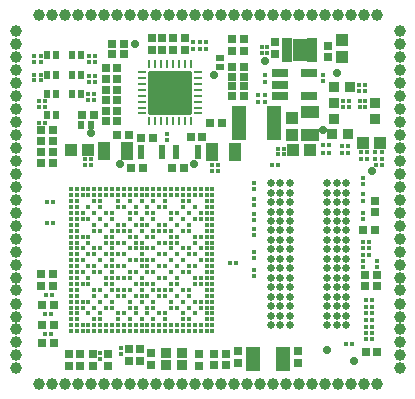
<source format=gts>
G04*
G04 #@! TF.GenerationSoftware,Altium Limited,Altium Designer,18.1.6 (161)*
G04*
G04 Layer_Color=8388736*
%FSTAX24Y24*%
%MOIN*%
G70*
G01*
G75*
G04:AMPARAMS|DCode=18|XSize=23.6mil|YSize=9.8mil|CornerRadius=2mil|HoleSize=0mil|Usage=FLASHONLY|Rotation=180.000|XOffset=0mil|YOffset=0mil|HoleType=Round|Shape=RoundedRectangle|*
%AMROUNDEDRECTD18*
21,1,0.0236,0.0059,0,0,180.0*
21,1,0.0197,0.0098,0,0,180.0*
1,1,0.0039,-0.0098,0.0030*
1,1,0.0039,0.0098,0.0030*
1,1,0.0039,0.0098,-0.0030*
1,1,0.0039,-0.0098,-0.0030*
%
%ADD18ROUNDEDRECTD18*%
G04:AMPARAMS|DCode=19|XSize=9.8mil|YSize=23.6mil|CornerRadius=2mil|HoleSize=0mil|Usage=FLASHONLY|Rotation=180.000|XOffset=0mil|YOffset=0mil|HoleType=Round|Shape=RoundedRectangle|*
%AMROUNDEDRECTD19*
21,1,0.0098,0.0197,0,0,180.0*
21,1,0.0059,0.0236,0,0,180.0*
1,1,0.0039,-0.0030,0.0098*
1,1,0.0039,0.0030,0.0098*
1,1,0.0039,0.0030,-0.0098*
1,1,0.0039,-0.0030,-0.0098*
%
%ADD19ROUNDEDRECTD19*%
G04:AMPARAMS|DCode=29|XSize=22.6mil|YSize=47.2mil|CornerRadius=1.9mil|HoleSize=0mil|Usage=FLASHONLY|Rotation=180.000|XOffset=0mil|YOffset=0mil|HoleType=Round|Shape=RoundedRectangle|*
%AMROUNDEDRECTD29*
21,1,0.0226,0.0434,0,0,180.0*
21,1,0.0188,0.0472,0,0,180.0*
1,1,0.0038,-0.0094,0.0217*
1,1,0.0038,0.0094,0.0217*
1,1,0.0038,0.0094,-0.0217*
1,1,0.0038,-0.0094,-0.0217*
%
%ADD29ROUNDEDRECTD29*%
%ADD41C,0.0146*%
%ADD42C,0.0248*%
G04:AMPARAMS|DCode=43|XSize=145.7mil|YSize=145.7mil|CornerRadius=2.2mil|HoleSize=0mil|Usage=FLASHONLY|Rotation=180.000|XOffset=0mil|YOffset=0mil|HoleType=Round|Shape=RoundedRectangle|*
%AMROUNDEDRECTD43*
21,1,0.1457,0.1413,0,0,180.0*
21,1,0.1413,0.1457,0,0,180.0*
1,1,0.0044,-0.0707,0.0707*
1,1,0.0044,0.0707,0.0707*
1,1,0.0044,0.0707,-0.0707*
1,1,0.0044,-0.0707,-0.0707*
%
%ADD43ROUNDEDRECTD43*%
%ADD44R,0.0434X0.0592*%
%ADD45R,0.0277X0.0277*%
%ADD46R,0.0395X0.0395*%
%ADD47R,0.0356X0.0336*%
%ADD48R,0.0237X0.0277*%
%ADD49R,0.0474X0.0749*%
%ADD50R,0.0356X0.0198*%
%ADD51R,0.0552X0.0316*%
%ADD52R,0.0513X0.1119*%
%ADD53R,0.0150X0.0150*%
%ADD54C,0.0290*%
%ADD55R,0.0375X0.0356*%
%ADD56R,0.0513X0.0828*%
%ADD57R,0.0336X0.0356*%
%ADD58R,0.0316X0.0277*%
%ADD59R,0.0150X0.0150*%
%ADD60R,0.0277X0.0277*%
%ADD61R,0.0592X0.0434*%
%ADD62R,0.0395X0.0395*%
%ADD63R,0.0277X0.0237*%
%ADD64R,0.0277X0.0316*%
%ADD65C,0.0395*%
D18*
X045202Y035593D02*
D03*
X047092Y034411D02*
D03*
Y034608D02*
D03*
Y034805D02*
D03*
Y035002D02*
D03*
Y035199D02*
D03*
Y035396D02*
D03*
Y035593D02*
D03*
Y035789D02*
D03*
X045202D02*
D03*
Y035396D02*
D03*
Y035199D02*
D03*
Y035002D02*
D03*
Y034805D02*
D03*
Y034608D02*
D03*
Y034411D02*
D03*
D19*
X046836Y036045D02*
D03*
X046639D02*
D03*
X046442D02*
D03*
X046245D02*
D03*
X046049D02*
D03*
X045852D02*
D03*
X045655D02*
D03*
X045458D02*
D03*
Y034156D02*
D03*
X045655D02*
D03*
X045852D02*
D03*
X046049D02*
D03*
X046245D02*
D03*
X046442D02*
D03*
X046639D02*
D03*
X046836D02*
D03*
D29*
X045892Y03311D02*
D03*
X045173D02*
D03*
X047073D02*
D03*
X046354D02*
D03*
D41*
X046969Y027744D02*
D03*
X046772Y02794D02*
D03*
X044213Y03109D02*
D03*
X044016D02*
D03*
X04382Y031484D02*
D03*
X044213Y031681D02*
D03*
X04382D02*
D03*
X043623D02*
D03*
X044213Y031877D02*
D03*
X044016D02*
D03*
X04382D02*
D03*
X043623D02*
D03*
X043426Y028728D02*
D03*
X044213Y030893D02*
D03*
X042835Y02794D02*
D03*
X045394Y027744D02*
D03*
X043426Y028925D02*
D03*
X047363Y02735D02*
D03*
X047166Y027153D02*
D03*
X04382Y028137D02*
D03*
X045591Y02794D02*
D03*
X043623D02*
D03*
X044607Y02735D02*
D03*
X04441D02*
D03*
X044016Y031681D02*
D03*
X045591Y031484D02*
D03*
X045788Y031877D02*
D03*
X045985Y031484D02*
D03*
X045788Y031287D02*
D03*
X043229Y028728D02*
D03*
X047363Y027744D02*
D03*
X043623Y027153D02*
D03*
X043426D02*
D03*
X043623Y02735D02*
D03*
Y027547D02*
D03*
X043426Y027744D02*
D03*
X04441D02*
D03*
X043426Y02735D02*
D03*
X043229Y031877D02*
D03*
X04382Y031287D02*
D03*
X043623Y031484D02*
D03*
X043426Y031877D02*
D03*
Y031681D02*
D03*
X043229D02*
D03*
X046772D02*
D03*
X046969Y031877D02*
D03*
X042835D02*
D03*
X043032D02*
D03*
X04441D02*
D03*
X044607D02*
D03*
X044804D02*
D03*
X045001D02*
D03*
X045198D02*
D03*
X045394D02*
D03*
X045591D02*
D03*
X045985D02*
D03*
X046182D02*
D03*
X046379D02*
D03*
X046576D02*
D03*
X046772D02*
D03*
X047166D02*
D03*
X047363D02*
D03*
X04756D02*
D03*
X042835Y031681D02*
D03*
X043032D02*
D03*
X04441D02*
D03*
X044607D02*
D03*
X044804D02*
D03*
X045001D02*
D03*
X045198D02*
D03*
X045394D02*
D03*
X045591D02*
D03*
X045788D02*
D03*
X045985D02*
D03*
X046182D02*
D03*
X046379D02*
D03*
X046576D02*
D03*
X046969D02*
D03*
X047166D02*
D03*
X047363D02*
D03*
X04756D02*
D03*
X042835Y031484D02*
D03*
X043032D02*
D03*
X04441D02*
D03*
X044804D02*
D03*
X045198D02*
D03*
X046576D02*
D03*
X046772D02*
D03*
X047363D02*
D03*
X04756D02*
D03*
X042835Y031287D02*
D03*
X043032D02*
D03*
X043426D02*
D03*
X04441D02*
D03*
X044607D02*
D03*
X045001D02*
D03*
X045394D02*
D03*
X045985D02*
D03*
X046576D02*
D03*
X046969D02*
D03*
X047363D02*
D03*
X04756D02*
D03*
X042835Y03109D02*
D03*
X043032D02*
D03*
X043229D02*
D03*
X043623D02*
D03*
X044804D02*
D03*
X045001D02*
D03*
X045394D02*
D03*
X045591D02*
D03*
X046182D02*
D03*
X046379D02*
D03*
X046772D02*
D03*
X047166D02*
D03*
X047363D02*
D03*
X04756D02*
D03*
X042835Y030893D02*
D03*
X043032D02*
D03*
X043229D02*
D03*
X043426D02*
D03*
X04382D02*
D03*
X044804D02*
D03*
X045198D02*
D03*
X045591D02*
D03*
X046182D02*
D03*
X046576D02*
D03*
X046969D02*
D03*
X047166D02*
D03*
X047363D02*
D03*
X04756D02*
D03*
X042835Y030696D02*
D03*
X043032D02*
D03*
X043623D02*
D03*
X044016D02*
D03*
X04441D02*
D03*
X044607D02*
D03*
X045001D02*
D03*
X045198D02*
D03*
X045394D02*
D03*
X045788D02*
D03*
X045985D02*
D03*
X046379D02*
D03*
X046772D02*
D03*
X047363D02*
D03*
X04756D02*
D03*
X042835Y030499D02*
D03*
X043032D02*
D03*
X043623D02*
D03*
X04382D02*
D03*
X044213D02*
D03*
X04441D02*
D03*
X044607D02*
D03*
X044804D02*
D03*
X045198D02*
D03*
X045591D02*
D03*
X045788D02*
D03*
X045985D02*
D03*
X046182D02*
D03*
X046576D02*
D03*
X046772D02*
D03*
X047363D02*
D03*
X04756D02*
D03*
X042835Y030303D02*
D03*
X043032D02*
D03*
X043229D02*
D03*
X043426D02*
D03*
X044016D02*
D03*
X044213D02*
D03*
X044804D02*
D03*
X045001D02*
D03*
X045394D02*
D03*
X045591D02*
D03*
X046182D02*
D03*
X046379D02*
D03*
X046969D02*
D03*
X047166D02*
D03*
X047363D02*
D03*
X04756D02*
D03*
X042835Y030106D02*
D03*
X043032D02*
D03*
X043426D02*
D03*
X044016D02*
D03*
X044213D02*
D03*
X04441D02*
D03*
X044607D02*
D03*
X045001D02*
D03*
X045198D02*
D03*
X045788D02*
D03*
X045985D02*
D03*
X046182D02*
D03*
X046379D02*
D03*
X046969D02*
D03*
X047363D02*
D03*
X04756D02*
D03*
X042835Y029909D02*
D03*
X043032D02*
D03*
X043229D02*
D03*
X043623D02*
D03*
X04382D02*
D03*
X044213D02*
D03*
X044804D02*
D03*
X045001D02*
D03*
X045198D02*
D03*
X045394D02*
D03*
X045591D02*
D03*
X046182D02*
D03*
X046576D02*
D03*
X046772D02*
D03*
X047166D02*
D03*
X047363D02*
D03*
X04756D02*
D03*
X042835Y029712D02*
D03*
X043032D02*
D03*
X043426D02*
D03*
X043623D02*
D03*
X044016D02*
D03*
X044213D02*
D03*
X04441D02*
D03*
X044607D02*
D03*
X045198D02*
D03*
X045788D02*
D03*
X045985D02*
D03*
X046379D02*
D03*
X046772D02*
D03*
X046969D02*
D03*
X047363D02*
D03*
X04756D02*
D03*
X042835Y029515D02*
D03*
X043032D02*
D03*
X043229D02*
D03*
X04382D02*
D03*
X044213D02*
D03*
X044804D02*
D03*
X045001D02*
D03*
X045198D02*
D03*
X045394D02*
D03*
X045591D02*
D03*
X046182D02*
D03*
X046576D02*
D03*
X047166D02*
D03*
X047363D02*
D03*
X04756D02*
D03*
X042835Y029318D02*
D03*
X043032D02*
D03*
X043426D02*
D03*
X043623D02*
D03*
X044016D02*
D03*
X044213D02*
D03*
X04441D02*
D03*
X044607D02*
D03*
X045198D02*
D03*
X045394D02*
D03*
X045788D02*
D03*
X045985D02*
D03*
X046379D02*
D03*
X046772D02*
D03*
X046969D02*
D03*
X047363D02*
D03*
X04756D02*
D03*
X042835Y029122D02*
D03*
X043032D02*
D03*
X043229D02*
D03*
X043623D02*
D03*
X04382D02*
D03*
X044213D02*
D03*
X044804D02*
D03*
X045001D02*
D03*
X045394D02*
D03*
X045591D02*
D03*
X046182D02*
D03*
X046576D02*
D03*
X046772D02*
D03*
X047363D02*
D03*
X04756D02*
D03*
X042835Y028925D02*
D03*
X043032D02*
D03*
X044016D02*
D03*
X044213D02*
D03*
X04441D02*
D03*
X044607D02*
D03*
X044804D02*
D03*
X045198D02*
D03*
X045788D02*
D03*
X045985D02*
D03*
X046379D02*
D03*
X046969D02*
D03*
X047166D02*
D03*
X047363D02*
D03*
X04756D02*
D03*
X042835Y028728D02*
D03*
X043032D02*
D03*
X044016D02*
D03*
X044213D02*
D03*
X045001D02*
D03*
X045198D02*
D03*
X045394D02*
D03*
X045591D02*
D03*
X046182D02*
D03*
X046379D02*
D03*
X046969D02*
D03*
X047166D02*
D03*
X047363D02*
D03*
X04756D02*
D03*
X042835Y028531D02*
D03*
X043032D02*
D03*
X043623D02*
D03*
X04382D02*
D03*
X044213D02*
D03*
X04441D02*
D03*
X044607D02*
D03*
X044804D02*
D03*
X045198D02*
D03*
X045591D02*
D03*
X045788D02*
D03*
X045985D02*
D03*
X046182D02*
D03*
X046576D02*
D03*
X046772D02*
D03*
X047363D02*
D03*
X04756D02*
D03*
X042835Y028334D02*
D03*
X043032D02*
D03*
X043623D02*
D03*
X044016D02*
D03*
X04441D02*
D03*
X044607D02*
D03*
X045001D02*
D03*
X045198D02*
D03*
X045394D02*
D03*
X045788D02*
D03*
X045985D02*
D03*
X046379D02*
D03*
X046772D02*
D03*
X047363D02*
D03*
X04756D02*
D03*
X042835Y028137D02*
D03*
X043032D02*
D03*
X043229D02*
D03*
X043426D02*
D03*
X044213D02*
D03*
X044804D02*
D03*
X045198D02*
D03*
X045591D02*
D03*
X046182D02*
D03*
X046576D02*
D03*
X046969D02*
D03*
X047166D02*
D03*
X047363D02*
D03*
X04756D02*
D03*
X043032Y02794D02*
D03*
X043229D02*
D03*
X044016D02*
D03*
X044213D02*
D03*
X044804D02*
D03*
X045001D02*
D03*
X045394D02*
D03*
X046182D02*
D03*
X046379D02*
D03*
X047166D02*
D03*
X047363D02*
D03*
X04756D02*
D03*
X042835Y027744D02*
D03*
X043032D02*
D03*
X04382D02*
D03*
X044607D02*
D03*
X045001D02*
D03*
X045788D02*
D03*
X045985D02*
D03*
X046576D02*
D03*
X04756D02*
D03*
X042835Y027547D02*
D03*
X043032D02*
D03*
X04382D02*
D03*
X04441D02*
D03*
X044804D02*
D03*
X045198D02*
D03*
X045591D02*
D03*
X045985D02*
D03*
X046576D02*
D03*
X046772D02*
D03*
X047363D02*
D03*
X04756D02*
D03*
X042835Y02735D02*
D03*
X043032D02*
D03*
X043229D02*
D03*
X04382D02*
D03*
X044016D02*
D03*
X044213D02*
D03*
X044804D02*
D03*
X045001D02*
D03*
X045198D02*
D03*
X045394D02*
D03*
X045591D02*
D03*
X045788D02*
D03*
X045985D02*
D03*
X046182D02*
D03*
X046379D02*
D03*
X046576D02*
D03*
X046772D02*
D03*
X046969D02*
D03*
X047166D02*
D03*
X04756D02*
D03*
X042835Y027153D02*
D03*
X043032D02*
D03*
X043229D02*
D03*
X04382D02*
D03*
X044016D02*
D03*
X044213D02*
D03*
X04441D02*
D03*
X044607D02*
D03*
X044804D02*
D03*
X045001D02*
D03*
X045198D02*
D03*
X045394D02*
D03*
X045591D02*
D03*
X045788D02*
D03*
X045985D02*
D03*
X046182D02*
D03*
X046379D02*
D03*
X046576D02*
D03*
X046772D02*
D03*
X046969D02*
D03*
X047363D02*
D03*
X04756D02*
D03*
D42*
X049501Y032084D02*
D03*
X049816D02*
D03*
X050131D02*
D03*
X051391D02*
D03*
X051706D02*
D03*
X052021D02*
D03*
X049501Y031769D02*
D03*
X049816D02*
D03*
X050131D02*
D03*
X051391D02*
D03*
X051706D02*
D03*
X052021D02*
D03*
X049501Y031454D02*
D03*
X049816D02*
D03*
X050131D02*
D03*
X051391D02*
D03*
X051706D02*
D03*
X052021D02*
D03*
X049501Y031139D02*
D03*
X049816D02*
D03*
X050131D02*
D03*
X051391D02*
D03*
X051706D02*
D03*
X052021D02*
D03*
X049501Y030824D02*
D03*
X049816D02*
D03*
X050131D02*
D03*
X051391D02*
D03*
X051706D02*
D03*
X052021D02*
D03*
X049501Y030509D02*
D03*
X049816D02*
D03*
X050131D02*
D03*
X051391D02*
D03*
X051706D02*
D03*
X052021D02*
D03*
X049501Y030195D02*
D03*
X049816D02*
D03*
X050131D02*
D03*
X051391D02*
D03*
X051706D02*
D03*
X052021D02*
D03*
X049501Y02988D02*
D03*
X049816D02*
D03*
X050131D02*
D03*
X051391D02*
D03*
X051706D02*
D03*
X052021D02*
D03*
X049501Y029565D02*
D03*
X049816D02*
D03*
X050131D02*
D03*
X051391D02*
D03*
X051706D02*
D03*
X052021D02*
D03*
X049501Y02925D02*
D03*
X049816D02*
D03*
X050131D02*
D03*
X051391D02*
D03*
X051706D02*
D03*
X052021D02*
D03*
X049501Y028935D02*
D03*
X049816D02*
D03*
X050131D02*
D03*
X051391D02*
D03*
X051706D02*
D03*
X052021D02*
D03*
X049501Y02862D02*
D03*
X049816D02*
D03*
X050131D02*
D03*
X051391D02*
D03*
X051706D02*
D03*
X052021D02*
D03*
X049501Y028305D02*
D03*
X049816D02*
D03*
X050131D02*
D03*
X051391D02*
D03*
X051706D02*
D03*
X052021D02*
D03*
X049501Y02799D02*
D03*
X049816D02*
D03*
X050131D02*
D03*
X051391D02*
D03*
X051706D02*
D03*
X052021D02*
D03*
X049501Y027675D02*
D03*
X049816D02*
D03*
X050131D02*
D03*
X051391D02*
D03*
X051706D02*
D03*
X052021D02*
D03*
X049501Y02736D02*
D03*
X049816D02*
D03*
X050131D02*
D03*
X051391D02*
D03*
X051706D02*
D03*
X052021D02*
D03*
D43*
X046147Y0351D02*
D03*
D44*
X043955Y03316D02*
D03*
X044703D02*
D03*
X047549Y03311D02*
D03*
X048297D02*
D03*
D45*
X050419Y026489D02*
D03*
Y026096D02*
D03*
X045541Y036537D02*
D03*
Y03693D02*
D03*
X045887Y036537D02*
D03*
Y03693D02*
D03*
X051424Y036278D02*
D03*
Y036672D02*
D03*
X049642Y036782D02*
D03*
Y036389D02*
D03*
X045519Y026418D02*
D03*
Y026024D02*
D03*
X047112Y026002D02*
D03*
Y026396D02*
D03*
X048417Y026094D02*
D03*
Y026487D02*
D03*
D46*
X042837Y033195D02*
D03*
X043427D02*
D03*
X053154Y033438D02*
D03*
X052563D02*
D03*
X050825Y033195D02*
D03*
X050235D02*
D03*
D47*
X051595Y034237D02*
D03*
Y034769D02*
D03*
X052973Y034237D02*
D03*
Y034769D02*
D03*
D48*
X042357Y034363D02*
D03*
X042042D02*
D03*
X043187Y034029D02*
D03*
X043502D02*
D03*
X042042Y035066D02*
D03*
X042357D02*
D03*
X043182Y036349D02*
D03*
X042867D02*
D03*
X043182Y035706D02*
D03*
X042867D02*
D03*
X042042D02*
D03*
X042357D02*
D03*
X042042Y036349D02*
D03*
X042357D02*
D03*
X043181Y035066D02*
D03*
X042866D02*
D03*
D49*
X050462Y036528D02*
D03*
D50*
X050048Y036233D02*
D03*
Y036429D02*
D03*
Y036626D02*
D03*
Y036823D02*
D03*
X050875D02*
D03*
Y036626D02*
D03*
Y036429D02*
D03*
Y036233D02*
D03*
D51*
X049806Y035743D02*
D03*
Y035369D02*
D03*
Y034995D02*
D03*
X05079D02*
D03*
Y035743D02*
D03*
D52*
X048437Y034077D02*
D03*
X049602D02*
D03*
D53*
X04226Y031444D02*
D03*
X042051D02*
D03*
X04976Y032686D02*
D03*
X049552D02*
D03*
X041994Y034629D02*
D03*
X041786D02*
D03*
X04343Y036132D02*
D03*
X043639D02*
D03*
X04343Y035466D02*
D03*
X043639D02*
D03*
X041828Y035706D02*
D03*
X041619D02*
D03*
X041828Y03634D02*
D03*
X041619D02*
D03*
X043403Y034851D02*
D03*
X043612D02*
D03*
X049945Y033237D02*
D03*
X049737D02*
D03*
X052678Y026883D02*
D03*
X052887D02*
D03*
X052719Y03289D02*
D03*
X05251D02*
D03*
X052218Y026712D02*
D03*
X05201D02*
D03*
X053206Y032678D02*
D03*
X052997D02*
D03*
X053202Y03289D02*
D03*
X052993D02*
D03*
X041994Y034818D02*
D03*
X041786D02*
D03*
X043639Y03634D02*
D03*
X04343D02*
D03*
Y035663D02*
D03*
X043639D02*
D03*
X041619Y035513D02*
D03*
X041828D02*
D03*
X041619Y036115D02*
D03*
X041828D02*
D03*
X043612Y035064D02*
D03*
X043403D02*
D03*
X041994Y034107D02*
D03*
X041786D02*
D03*
X049945Y033049D02*
D03*
X049737D02*
D03*
X047547Y032702D02*
D03*
X047756D02*
D03*
X047547Y032505D02*
D03*
X047756D02*
D03*
X043516Y032879D02*
D03*
X043307D02*
D03*
X043516Y032696D02*
D03*
X043307D02*
D03*
X052086Y033095D02*
D03*
X051877D02*
D03*
X052086Y03334D02*
D03*
X051877D02*
D03*
X052672Y027296D02*
D03*
X052881D02*
D03*
X052887Y027095D02*
D03*
X052678D02*
D03*
X048145Y029411D02*
D03*
X048353D02*
D03*
X05251Y03311D02*
D03*
X052719D02*
D03*
X052993D02*
D03*
X053202D02*
D03*
X052672Y027744D02*
D03*
X052881D02*
D03*
X052672Y028192D02*
D03*
X052881D02*
D03*
Y02751D02*
D03*
X052672D02*
D03*
X052881Y027972D02*
D03*
X052672D02*
D03*
X052782Y029703D02*
D03*
X052574D02*
D03*
X042014Y028347D02*
D03*
X042223D02*
D03*
X041966Y027738D02*
D03*
X042175D02*
D03*
X042182Y027064D02*
D03*
X041973D02*
D03*
X051441Y033348D02*
D03*
X051232D02*
D03*
Y033103D02*
D03*
X051441D02*
D03*
X04226Y030756D02*
D03*
X042051D02*
D03*
D54*
X0493Y036163D02*
D03*
X052265Y026169D02*
D03*
X052872Y032488D02*
D03*
X05138Y026512D02*
D03*
X051246Y033848D02*
D03*
X046938Y03272D02*
D03*
X044474Y03271D02*
D03*
X047603Y035706D02*
D03*
X043501Y033767D02*
D03*
X044994Y036734D02*
D03*
X051706Y035752D02*
D03*
D55*
X046556Y026024D02*
D03*
X046024D02*
D03*
Y026418D02*
D03*
X046556D02*
D03*
D56*
X049907Y026224D02*
D03*
X048923D02*
D03*
D57*
X052082Y033714D02*
D03*
X051551D02*
D03*
X051598Y035289D02*
D03*
X052129D02*
D03*
D58*
X043131Y026402D02*
D03*
Y026008D02*
D03*
X052973Y031111D02*
D03*
Y031504D02*
D03*
X046245Y036537D02*
D03*
Y03693D02*
D03*
X046635D02*
D03*
Y036537D02*
D03*
X044784Y026558D02*
D03*
Y026164D02*
D03*
X045151Y026562D02*
D03*
Y026169D02*
D03*
X044093Y026402D02*
D03*
Y026008D02*
D03*
X043564Y026402D02*
D03*
Y026008D02*
D03*
X042777D02*
D03*
Y026402D02*
D03*
D59*
X04893Y029594D02*
D03*
Y029802D02*
D03*
Y030848D02*
D03*
Y031056D02*
D03*
Y031571D02*
D03*
Y031363D02*
D03*
Y030555D02*
D03*
Y030346D02*
D03*
X052652Y035145D02*
D03*
Y035353D02*
D03*
X052107Y034838D02*
D03*
Y034629D02*
D03*
X052656Y034838D02*
D03*
Y034629D02*
D03*
X053052Y029292D02*
D03*
Y029501D02*
D03*
X04893Y031897D02*
D03*
Y032106D02*
D03*
X052574Y032264D02*
D03*
Y032055D02*
D03*
X052575Y031716D02*
D03*
Y031507D02*
D03*
Y030877D02*
D03*
Y031086D02*
D03*
X05279Y029922D02*
D03*
Y03013D02*
D03*
X052575D02*
D03*
Y029922D02*
D03*
Y029292D02*
D03*
Y029501D02*
D03*
X04893Y029194D02*
D03*
Y028985D02*
D03*
X049308Y035677D02*
D03*
Y035468D02*
D03*
X051246Y035684D02*
D03*
Y035476D02*
D03*
X052457Y035145D02*
D03*
Y035353D02*
D03*
X05191Y034838D02*
D03*
Y034629D02*
D03*
X052462Y034838D02*
D03*
Y034629D02*
D03*
X049392Y03643D02*
D03*
Y036638D02*
D03*
X049204Y036638D02*
D03*
Y036429D02*
D03*
X047135Y03657D02*
D03*
Y036778D02*
D03*
X047338D02*
D03*
Y03657D02*
D03*
X04691Y036778D02*
D03*
Y03657D02*
D03*
X046054Y033739D02*
D03*
Y033531D02*
D03*
X049308Y034804D02*
D03*
Y035013D02*
D03*
X049076Y034801D02*
D03*
Y035009D02*
D03*
X044503Y026385D02*
D03*
Y026594D02*
D03*
X043824Y026232D02*
D03*
Y026441D02*
D03*
D60*
X043208Y034348D02*
D03*
X043602D02*
D03*
X04822Y035001D02*
D03*
X048614D02*
D03*
X04822Y035319D02*
D03*
X048614D02*
D03*
X04558Y033596D02*
D03*
X045186D02*
D03*
X046832Y033615D02*
D03*
X047225D02*
D03*
X048219Y03564D02*
D03*
X048613D02*
D03*
X044389Y035198D02*
D03*
X043996D02*
D03*
X04822Y035965D02*
D03*
X048614D02*
D03*
X044389Y034503D02*
D03*
X043996D02*
D03*
X044389Y035546D02*
D03*
X043996D02*
D03*
X044389Y034851D02*
D03*
X043996D02*
D03*
X044389Y034156D02*
D03*
X043996D02*
D03*
D61*
X0508Y034451D02*
D03*
Y033703D02*
D03*
D62*
X050204Y033681D02*
D03*
Y034272D02*
D03*
X051876Y036279D02*
D03*
Y036869D02*
D03*
D63*
X047806Y036262D02*
D03*
Y035947D02*
D03*
D64*
X053052Y029016D02*
D03*
X052658D02*
D03*
Y028647D02*
D03*
X053052D02*
D03*
X052961Y030513D02*
D03*
X052567D02*
D03*
X052663Y026455D02*
D03*
X053057D02*
D03*
X044389Y03592D02*
D03*
X043996D02*
D03*
X047476Y034077D02*
D03*
X04787D02*
D03*
X044382Y033681D02*
D03*
X044776D02*
D03*
X048619Y036489D02*
D03*
X048225D02*
D03*
X044225Y036734D02*
D03*
X044619D02*
D03*
X048227Y036891D02*
D03*
X048621D02*
D03*
X044225Y036385D02*
D03*
X044619D02*
D03*
X042239Y028674D02*
D03*
X041845D02*
D03*
X041837Y029048D02*
D03*
X042231D02*
D03*
X047617Y026011D02*
D03*
X048011D02*
D03*
X047619Y026401D02*
D03*
X048013D02*
D03*
X041871Y028035D02*
D03*
X042265D02*
D03*
X042265Y026745D02*
D03*
X041871D02*
D03*
Y02736D02*
D03*
X042265D02*
D03*
X041836Y03313D02*
D03*
X042229D02*
D03*
X044858Y032604D02*
D03*
X045251D02*
D03*
X041836Y032769D02*
D03*
X042229D02*
D03*
X046595Y032604D02*
D03*
X046202D02*
D03*
X041836Y033489D02*
D03*
X042229D02*
D03*
X041836Y033845D02*
D03*
X042229D02*
D03*
D65*
X041775Y03769D02*
D03*
X042208D02*
D03*
X042641D02*
D03*
X043074D02*
D03*
X043507D02*
D03*
X04394D02*
D03*
X044373D02*
D03*
X044806D02*
D03*
X045239D02*
D03*
X045673D02*
D03*
X046106D02*
D03*
X046539D02*
D03*
X046972D02*
D03*
X047405D02*
D03*
X047838D02*
D03*
X048271D02*
D03*
X048704D02*
D03*
X049137D02*
D03*
X04957D02*
D03*
X050003D02*
D03*
X050436D02*
D03*
X050869D02*
D03*
X051302D02*
D03*
X0538Y02591D02*
D03*
X041005D02*
D03*
Y026343D02*
D03*
Y026776D02*
D03*
Y027209D02*
D03*
Y027642D02*
D03*
Y028075D02*
D03*
Y028509D02*
D03*
Y028942D02*
D03*
Y029375D02*
D03*
Y029808D02*
D03*
Y030241D02*
D03*
Y030674D02*
D03*
Y031107D02*
D03*
Y03154D02*
D03*
Y031973D02*
D03*
Y032406D02*
D03*
Y032839D02*
D03*
Y033272D02*
D03*
Y033705D02*
D03*
Y034138D02*
D03*
Y034571D02*
D03*
Y035005D02*
D03*
Y035438D02*
D03*
Y035871D02*
D03*
Y036304D02*
D03*
Y036737D02*
D03*
Y03717D02*
D03*
Y02591D02*
D03*
Y026343D02*
D03*
Y026776D02*
D03*
Y027209D02*
D03*
Y027642D02*
D03*
Y028075D02*
D03*
Y028509D02*
D03*
Y028942D02*
D03*
Y029375D02*
D03*
Y029808D02*
D03*
Y030241D02*
D03*
Y030674D02*
D03*
Y031107D02*
D03*
Y03154D02*
D03*
Y031973D02*
D03*
Y032406D02*
D03*
Y032839D02*
D03*
Y033272D02*
D03*
Y033705D02*
D03*
Y034138D02*
D03*
Y034571D02*
D03*
Y035005D02*
D03*
Y035438D02*
D03*
Y035871D02*
D03*
Y036304D02*
D03*
Y036737D02*
D03*
Y03717D02*
D03*
X053035Y03769D02*
D03*
X052602D02*
D03*
X052169D02*
D03*
X051736D02*
D03*
X0538Y03717D02*
D03*
Y036737D02*
D03*
Y036304D02*
D03*
Y035871D02*
D03*
Y035438D02*
D03*
Y035005D02*
D03*
Y034571D02*
D03*
Y034138D02*
D03*
Y033705D02*
D03*
Y033272D02*
D03*
Y032839D02*
D03*
Y032406D02*
D03*
Y031973D02*
D03*
Y03154D02*
D03*
Y031107D02*
D03*
Y030674D02*
D03*
Y030241D02*
D03*
Y029808D02*
D03*
Y029375D02*
D03*
Y028942D02*
D03*
Y028509D02*
D03*
Y028075D02*
D03*
Y027642D02*
D03*
Y027209D02*
D03*
Y026776D02*
D03*
Y026343D02*
D03*
X045239Y025407D02*
D03*
X045673D02*
D03*
X046106D02*
D03*
X046539D02*
D03*
X046972D02*
D03*
X047405D02*
D03*
X047838D02*
D03*
X048271D02*
D03*
X048704D02*
D03*
X049137D02*
D03*
X04957D02*
D03*
X050003D02*
D03*
X050436D02*
D03*
X050869D02*
D03*
X051302D02*
D03*
X051736D02*
D03*
X052169D02*
D03*
X052602D02*
D03*
X053035D02*
D03*
X044806D02*
D03*
X044373D02*
D03*
X04394D02*
D03*
X043507D02*
D03*
X043074D02*
D03*
X042641D02*
D03*
X042208D02*
D03*
X041775D02*
D03*
M02*

</source>
